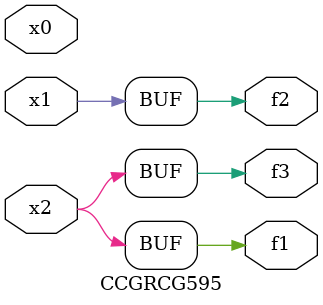
<source format=v>
module CCGRCG595(
	input x0, x1, x2,
	output f1, f2, f3
);
	assign f1 = x2;
	assign f2 = x1;
	assign f3 = x2;
endmodule

</source>
